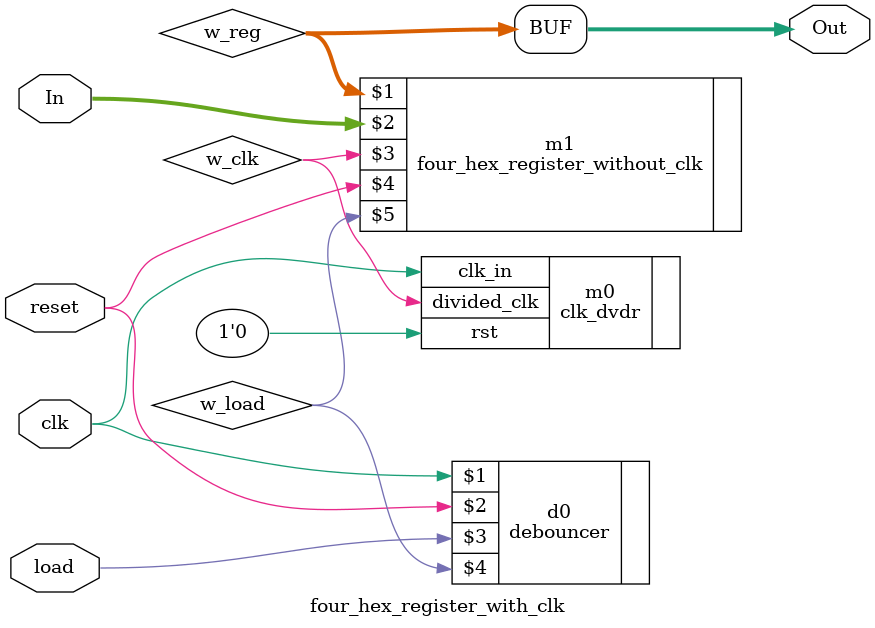
<source format=v>
`timescale 1ns / 1ps
module four_hex_register_with_clk(Out, In, clk, reset, load);
		
	input 		[3:0]In;
	input			clk, reset, load;
	output		[15:0]Out;
	
	wire 			w_clk;
	wire			[15:0]w_reg;
	wire			w_load;
	
	debouncer d0(clk, reset, load, w_load);
	clk_dvdr	m0 (.clk_in(clk), .rst(1'b0), .divided_clk(w_clk));
	four_hex_register_without_clk	m1(w_reg, In, w_clk, reset, w_load);
	
	assign Out = w_reg;
endmodule		
</source>
